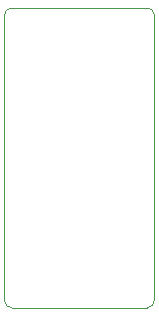
<source format=gbr>
G04 #@! TF.FileFunction,Profile,NP*
%FSLAX46Y46*%
G04 Gerber Fmt 4.6, Leading zero omitted, Abs format (unit mm)*
G04 Created by KiCad (PCBNEW (2015-01-02 BZR 5348)-product) date 1/21/2015 12:38:18 AM*
%MOMM*%
G01*
G04 APERTURE LIST*
%ADD10C,0.100000*%
G04 APERTURE END LIST*
D10*
X134620000Y-103505000D02*
X134620000Y-79375000D01*
X146685000Y-104140000D02*
X135255000Y-104140000D01*
X147320000Y-79375000D02*
X147320000Y-103505000D01*
X135255000Y-78740000D02*
X146685000Y-78740000D01*
X146685000Y-104140000D02*
G75*
G03X147320000Y-103505000I0J635000D01*
G01*
X134620000Y-103505000D02*
G75*
G03X135255000Y-104140000I635000J0D01*
G01*
X135255000Y-78740000D02*
G75*
G03X134620000Y-79375000I0J-635000D01*
G01*
X147320000Y-79375000D02*
G75*
G03X146685000Y-78740000I-635000J0D01*
G01*
M02*

</source>
